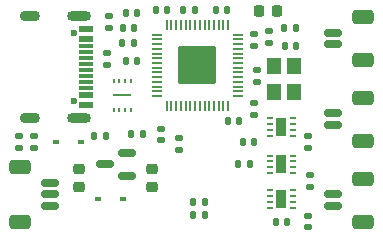
<source format=gbr>
%TF.GenerationSoftware,KiCad,Pcbnew,(6.0.5)*%
%TF.CreationDate,2022-10-09T21:33:59+01:00*%
%TF.ProjectId,PicoDrive,5069636f-4472-4697-9665-2e6b69636164,rev?*%
%TF.SameCoordinates,Original*%
%TF.FileFunction,Soldermask,Top*%
%TF.FilePolarity,Negative*%
%FSLAX46Y46*%
G04 Gerber Fmt 4.6, Leading zero omitted, Abs format (unit mm)*
G04 Created by KiCad (PCBNEW (6.0.5)) date 2022-10-09 21:33:59*
%MOMM*%
%LPD*%
G01*
G04 APERTURE LIST*
G04 Aperture macros list*
%AMRoundRect*
0 Rectangle with rounded corners*
0 $1 Rounding radius*
0 $2 $3 $4 $5 $6 $7 $8 $9 X,Y pos of 4 corners*
0 Add a 4 corners polygon primitive as box body*
4,1,4,$2,$3,$4,$5,$6,$7,$8,$9,$2,$3,0*
0 Add four circle primitives for the rounded corners*
1,1,$1+$1,$2,$3*
1,1,$1+$1,$4,$5*
1,1,$1+$1,$6,$7*
1,1,$1+$1,$8,$9*
0 Add four rect primitives between the rounded corners*
20,1,$1+$1,$2,$3,$4,$5,0*
20,1,$1+$1,$4,$5,$6,$7,0*
20,1,$1+$1,$6,$7,$8,$9,0*
20,1,$1+$1,$8,$9,$2,$3,0*%
G04 Aperture macros list end*
%ADD10R,0.600000X0.450000*%
%ADD11RoundRect,0.135000X-0.135000X-0.185000X0.135000X-0.185000X0.135000X0.185000X-0.135000X0.185000X0*%
%ADD12RoundRect,0.135000X0.135000X0.185000X-0.135000X0.185000X-0.135000X-0.185000X0.135000X-0.185000X0*%
%ADD13RoundRect,0.135000X-0.185000X0.135000X-0.185000X-0.135000X0.185000X-0.135000X0.185000X0.135000X0*%
%ADD14RoundRect,0.135000X0.185000X-0.135000X0.185000X0.135000X-0.185000X0.135000X-0.185000X-0.135000X0*%
%ADD15R,0.250000X0.300000*%
%ADD16R,1.600000X0.200000*%
%ADD17RoundRect,0.218750X0.218750X0.256250X-0.218750X0.256250X-0.218750X-0.256250X0.218750X-0.256250X0*%
%ADD18RoundRect,0.140000X-0.170000X0.140000X-0.170000X-0.140000X0.170000X-0.140000X0.170000X0.140000X0*%
%ADD19RoundRect,0.140000X-0.140000X-0.170000X0.140000X-0.170000X0.140000X0.170000X-0.140000X0.170000X0*%
%ADD20RoundRect,0.140000X0.140000X0.170000X-0.140000X0.170000X-0.140000X-0.170000X0.140000X-0.170000X0*%
%ADD21RoundRect,0.140000X0.170000X-0.140000X0.170000X0.140000X-0.170000X0.140000X-0.170000X-0.140000X0*%
%ADD22RoundRect,0.225000X-0.250000X0.225000X-0.250000X-0.225000X0.250000X-0.225000X0.250000X0.225000X0*%
%ADD23RoundRect,0.225000X0.250000X-0.225000X0.250000X0.225000X-0.250000X0.225000X-0.250000X-0.225000X0*%
%ADD24R,0.500000X0.250000*%
%ADD25R,0.900000X1.600000*%
%ADD26R,1.200000X1.400000*%
%ADD27C,0.600000*%
%ADD28R,1.160000X0.600000*%
%ADD29R,1.160000X0.300000*%
%ADD30O,2.000000X0.900000*%
%ADD31O,1.700000X0.900000*%
%ADD32RoundRect,0.050000X0.050000X-0.387500X0.050000X0.387500X-0.050000X0.387500X-0.050000X-0.387500X0*%
%ADD33RoundRect,0.050000X0.387500X-0.050000X0.387500X0.050000X-0.387500X0.050000X-0.387500X-0.050000X0*%
%ADD34RoundRect,0.144000X1.456000X-1.456000X1.456000X1.456000X-1.456000X1.456000X-1.456000X-1.456000X0*%
%ADD35RoundRect,0.250000X-0.650000X0.350000X-0.650000X-0.350000X0.650000X-0.350000X0.650000X0.350000X0*%
%ADD36RoundRect,0.150000X-0.625000X0.150000X-0.625000X-0.150000X0.625000X-0.150000X0.625000X0.150000X0*%
%ADD37RoundRect,0.150000X0.587500X0.150000X-0.587500X0.150000X-0.587500X-0.150000X0.587500X-0.150000X0*%
%ADD38RoundRect,0.250000X0.650000X-0.350000X0.650000X0.350000X-0.650000X0.350000X-0.650000X-0.350000X0*%
%ADD39RoundRect,0.150000X0.625000X-0.150000X0.625000X0.150000X-0.625000X0.150000X-0.625000X-0.150000X0*%
G04 APERTURE END LIST*
D10*
%TO.C,D1*%
X149386000Y-63500000D03*
X147286000Y-63500000D03*
%TD*%
D11*
%TO.C,R11*%
X158875000Y-68580000D03*
X159895000Y-68580000D03*
%TD*%
D12*
%TO.C,R10*%
X158875000Y-69723000D03*
X159895000Y-69723000D03*
%TD*%
D13*
%TO.C,R9*%
X144145000Y-62990000D03*
X144145000Y-64010000D03*
%TD*%
D14*
%TO.C,R8*%
X145415000Y-62990000D03*
X145415000Y-64010000D03*
%TD*%
D15*
%TO.C,U1*%
X152158000Y-60763000D03*
X152658000Y-60763000D03*
X153158000Y-60763000D03*
X153658000Y-60763000D03*
X153658000Y-58363000D03*
X153158000Y-58363000D03*
X152658000Y-58363000D03*
X152158000Y-58363000D03*
D16*
X152908000Y-59563000D03*
%TD*%
D11*
%TO.C,R12*%
X166622000Y-53848000D03*
X167642000Y-53848000D03*
%TD*%
D14*
%TO.C,R7*%
X157734000Y-64226500D03*
X157734000Y-63206500D03*
%TD*%
D11*
%TO.C,R6*%
X153926000Y-55118000D03*
X152906000Y-55118000D03*
%TD*%
D14*
%TO.C,R5*%
X151638000Y-56005000D03*
X151638000Y-57025000D03*
%TD*%
D13*
%TO.C,R4*%
X164338000Y-57402000D03*
X164338000Y-58422000D03*
%TD*%
D11*
%TO.C,R3*%
X153668000Y-62865000D03*
X154688000Y-62865000D03*
%TD*%
D12*
%TO.C,R2*%
X150493000Y-62992000D03*
X151513000Y-62992000D03*
%TD*%
D13*
%TO.C,R1*%
X151765000Y-53850000D03*
X151765000Y-52830000D03*
%TD*%
D17*
%TO.C,D3*%
X166014500Y-52451000D03*
X164439500Y-52451000D03*
%TD*%
D18*
%TO.C,C20*%
X168656000Y-69751000D03*
X168656000Y-70711000D03*
%TD*%
%TO.C,C19*%
X168783000Y-66322000D03*
X168783000Y-67282000D03*
%TD*%
%TO.C,C18*%
X168656000Y-63020000D03*
X168656000Y-63980000D03*
%TD*%
D19*
%TO.C,C17*%
X165890000Y-70256400D03*
X166850000Y-70256400D03*
%TD*%
D20*
%TO.C,C16*%
X163675000Y-65405000D03*
X162715000Y-65405000D03*
%TD*%
%TO.C,C15*%
X164056000Y-63500000D03*
X163096000Y-63500000D03*
%TD*%
%TO.C,C14*%
X154150000Y-52578000D03*
X153190000Y-52578000D03*
%TD*%
D19*
%TO.C,C13*%
X161826000Y-61722000D03*
X162786000Y-61722000D03*
%TD*%
%TO.C,C12*%
X160810000Y-52324000D03*
X161770000Y-52324000D03*
%TD*%
D20*
%TO.C,C11*%
X156690000Y-52324000D03*
X155730000Y-52324000D03*
%TD*%
D21*
%TO.C,C10*%
X165354000Y-55090000D03*
X165354000Y-54130000D03*
%TD*%
D18*
%TO.C,C9*%
X156210000Y-62385000D03*
X156210000Y-63345000D03*
%TD*%
D19*
%TO.C,C8*%
X158075500Y-52324000D03*
X159035500Y-52324000D03*
%TD*%
D20*
%TO.C,C7*%
X154150000Y-56642000D03*
X153190000Y-56642000D03*
%TD*%
D21*
%TO.C,C6*%
X164084000Y-55344000D03*
X164084000Y-54384000D03*
%TD*%
D20*
%TO.C,C5*%
X153896000Y-53848000D03*
X152936000Y-53848000D03*
%TD*%
D19*
%TO.C,C4*%
X166652000Y-55372000D03*
X167612000Y-55372000D03*
%TD*%
D18*
%TO.C,C3*%
X164084000Y-60226000D03*
X164084000Y-61186000D03*
%TD*%
D22*
%TO.C,C2*%
X155448000Y-65773000D03*
X155448000Y-67323000D03*
%TD*%
D23*
%TO.C,C1*%
X149225000Y-65773000D03*
X149225000Y-67323000D03*
%TD*%
D10*
%TO.C,D2*%
X152942000Y-68326000D03*
X150842000Y-68326000D03*
%TD*%
D24*
%TO.C,U6*%
X167320000Y-69095000D03*
X167320000Y-68595000D03*
X167320000Y-68095000D03*
X167320000Y-67595000D03*
X165420000Y-67595000D03*
X165420000Y-68095000D03*
X165420000Y-68595000D03*
X165420000Y-69095000D03*
D25*
X166370000Y-68345000D03*
%TD*%
D24*
%TO.C,U4*%
X167320000Y-62980000D03*
X167320000Y-62480000D03*
X167320000Y-61980000D03*
X167320000Y-61480000D03*
X165420000Y-61480000D03*
X165420000Y-61980000D03*
X165420000Y-62480000D03*
X165420000Y-62980000D03*
D25*
X166370000Y-62230000D03*
%TD*%
D26*
%TO.C,Y1*%
X167474000Y-59266000D03*
X167474000Y-57066000D03*
X165774000Y-57066000D03*
X165774000Y-59266000D03*
%TD*%
D24*
%TO.C,U5*%
X167320000Y-66155000D03*
X167320000Y-65655000D03*
X167320000Y-65155000D03*
X167320000Y-64655000D03*
X165420000Y-64655000D03*
X165420000Y-65155000D03*
X165420000Y-65655000D03*
X165420000Y-66155000D03*
D25*
X166370000Y-65405000D03*
%TD*%
D27*
%TO.C,P1*%
X148770000Y-54260000D03*
X148770000Y-60040000D03*
D28*
X149830000Y-53950000D03*
X149830000Y-54750000D03*
D29*
X149830000Y-55900000D03*
X149830000Y-56900000D03*
X149830000Y-57400000D03*
X149830000Y-58400000D03*
D28*
X149830000Y-59550000D03*
X149830000Y-60350000D03*
X149830000Y-60350000D03*
X149830000Y-59550000D03*
D29*
X149830000Y-58900000D03*
X149830000Y-57900000D03*
X149830000Y-56400000D03*
X149830000Y-55400000D03*
D28*
X149830000Y-54750000D03*
X149830000Y-53950000D03*
D30*
X149250000Y-52830000D03*
D31*
X145080000Y-52830000D03*
D30*
X149250000Y-61470000D03*
D31*
X145080000Y-61470000D03*
%TD*%
D32*
%TO.C,U3*%
X156658000Y-60460500D03*
X157058000Y-60460500D03*
X157458000Y-60460500D03*
X157858000Y-60460500D03*
X158258000Y-60460500D03*
X158658000Y-60460500D03*
X159058000Y-60460500D03*
X159458000Y-60460500D03*
X159858000Y-60460500D03*
X160258000Y-60460500D03*
X160658000Y-60460500D03*
X161058000Y-60460500D03*
X161458000Y-60460500D03*
X161858000Y-60460500D03*
D33*
X162695500Y-59623000D03*
X162695500Y-59223000D03*
X162695500Y-58823000D03*
X162695500Y-58423000D03*
X162695500Y-58023000D03*
X162695500Y-57623000D03*
X162695500Y-57223000D03*
X162695500Y-56823000D03*
X162695500Y-56423000D03*
X162695500Y-56023000D03*
X162695500Y-55623000D03*
X162695500Y-55223000D03*
X162695500Y-54823000D03*
X162695500Y-54423000D03*
D32*
X161858000Y-53585500D03*
X161458000Y-53585500D03*
X161058000Y-53585500D03*
X160658000Y-53585500D03*
X160258000Y-53585500D03*
X159858000Y-53585500D03*
X159458000Y-53585500D03*
X159058000Y-53585500D03*
X158658000Y-53585500D03*
X158258000Y-53585500D03*
X157858000Y-53585500D03*
X157458000Y-53585500D03*
X157058000Y-53585500D03*
X156658000Y-53585500D03*
D33*
X155820500Y-54423000D03*
X155820500Y-54823000D03*
X155820500Y-55223000D03*
X155820500Y-55623000D03*
X155820500Y-56023000D03*
X155820500Y-56423000D03*
X155820500Y-56823000D03*
X155820500Y-57223000D03*
X155820500Y-57623000D03*
X155820500Y-58023000D03*
X155820500Y-58423000D03*
X155820500Y-58823000D03*
X155820500Y-59223000D03*
X155820500Y-59623000D03*
D34*
X159258000Y-57023000D03*
%TD*%
D35*
%TO.C,J2*%
X173285000Y-59795000D03*
X173285000Y-63395000D03*
D36*
X170760000Y-62095000D03*
X170760000Y-61095000D03*
%TD*%
D37*
%TO.C,U2*%
X153337500Y-66355000D03*
X153337500Y-64455000D03*
X151462500Y-65405000D03*
%TD*%
D38*
%TO.C,J4*%
X144215000Y-65645000D03*
X144215000Y-70245000D03*
D39*
X146740000Y-66945000D03*
X146740000Y-67945000D03*
X146740000Y-68945000D03*
%TD*%
D36*
%TO.C,J3*%
X170760000Y-67945000D03*
X170760000Y-68945000D03*
D35*
X173285000Y-70245000D03*
X173285000Y-66645000D03*
%TD*%
%TO.C,J1*%
X173285000Y-56545000D03*
X173285000Y-52945000D03*
D36*
X170760000Y-55245000D03*
X170760000Y-54245000D03*
%TD*%
M02*

</source>
